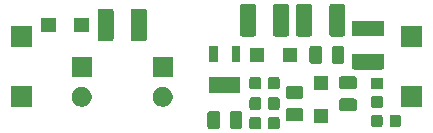
<source format=gbr>
%TF.GenerationSoftware,KiCad,Pcbnew,(5.0.2)-1*%
%TF.CreationDate,2019-03-05T14:35:33+01:00*%
%TF.ProjectId,ac-dc-converter-mp171,61632d64-632d-4636-9f6e-766572746572,rev?*%
%TF.SameCoordinates,Original*%
%TF.FileFunction,Soldermask,Top*%
%TF.FilePolarity,Negative*%
%FSLAX46Y46*%
G04 Gerber Fmt 4.6, Leading zero omitted, Abs format (unit mm)*
G04 Created by KiCad (PCBNEW (5.0.2)-1) date 05/03/2019 14:35:33*
%MOMM*%
%LPD*%
G01*
G04 APERTURE LIST*
%ADD10C,0.100000*%
G04 APERTURE END LIST*
D10*
G36*
X130923591Y-105840585D02*
X130957569Y-105850893D01*
X130988887Y-105867633D01*
X131016339Y-105890161D01*
X131038867Y-105917613D01*
X131055607Y-105948931D01*
X131065915Y-105982909D01*
X131070000Y-106024390D01*
X131070000Y-106700610D01*
X131065915Y-106742091D01*
X131055607Y-106776069D01*
X131038867Y-106807387D01*
X131016339Y-106834839D01*
X130988887Y-106857367D01*
X130957569Y-106874107D01*
X130923591Y-106884415D01*
X130882110Y-106888500D01*
X130280890Y-106888500D01*
X130239409Y-106884415D01*
X130205431Y-106874107D01*
X130174113Y-106857367D01*
X130146661Y-106834839D01*
X130124133Y-106807387D01*
X130107393Y-106776069D01*
X130097085Y-106742091D01*
X130093000Y-106700610D01*
X130093000Y-106024390D01*
X130097085Y-105982909D01*
X130107393Y-105948931D01*
X130124133Y-105917613D01*
X130146661Y-105890161D01*
X130174113Y-105867633D01*
X130205431Y-105850893D01*
X130239409Y-105840585D01*
X130280890Y-105836500D01*
X130882110Y-105836500D01*
X130923591Y-105840585D01*
X130923591Y-105840585D01*
G37*
G36*
X129348591Y-105840585D02*
X129382569Y-105850893D01*
X129413887Y-105867633D01*
X129441339Y-105890161D01*
X129463867Y-105917613D01*
X129480607Y-105948931D01*
X129490915Y-105982909D01*
X129495000Y-106024390D01*
X129495000Y-106700610D01*
X129490915Y-106742091D01*
X129480607Y-106776069D01*
X129463867Y-106807387D01*
X129441339Y-106834839D01*
X129413887Y-106857367D01*
X129382569Y-106874107D01*
X129348591Y-106884415D01*
X129307110Y-106888500D01*
X128705890Y-106888500D01*
X128664409Y-106884415D01*
X128630431Y-106874107D01*
X128599113Y-106857367D01*
X128571661Y-106834839D01*
X128549133Y-106807387D01*
X128532393Y-106776069D01*
X128522085Y-106742091D01*
X128518000Y-106700610D01*
X128518000Y-106024390D01*
X128522085Y-105982909D01*
X128532393Y-105948931D01*
X128549133Y-105917613D01*
X128571661Y-105890161D01*
X128599113Y-105867633D01*
X128630431Y-105850893D01*
X128664409Y-105840585D01*
X128705890Y-105836500D01*
X129307110Y-105836500D01*
X129348591Y-105840585D01*
X129348591Y-105840585D01*
G37*
G36*
X127737966Y-105362065D02*
X127776637Y-105373796D01*
X127812279Y-105392848D01*
X127843517Y-105418483D01*
X127869152Y-105449721D01*
X127888204Y-105485363D01*
X127899935Y-105524034D01*
X127904500Y-105570388D01*
X127904500Y-106646612D01*
X127899935Y-106692966D01*
X127888204Y-106731637D01*
X127869152Y-106767279D01*
X127843517Y-106798517D01*
X127812279Y-106824152D01*
X127776637Y-106843204D01*
X127737966Y-106854935D01*
X127691612Y-106859500D01*
X127040388Y-106859500D01*
X126994034Y-106854935D01*
X126955363Y-106843204D01*
X126919721Y-106824152D01*
X126888483Y-106798517D01*
X126862848Y-106767279D01*
X126843796Y-106731637D01*
X126832065Y-106692966D01*
X126827500Y-106646612D01*
X126827500Y-105570388D01*
X126832065Y-105524034D01*
X126843796Y-105485363D01*
X126862848Y-105449721D01*
X126888483Y-105418483D01*
X126919721Y-105392848D01*
X126955363Y-105373796D01*
X126994034Y-105362065D01*
X127040388Y-105357500D01*
X127691612Y-105357500D01*
X127737966Y-105362065D01*
X127737966Y-105362065D01*
G37*
G36*
X125862966Y-105362065D02*
X125901637Y-105373796D01*
X125937279Y-105392848D01*
X125968517Y-105418483D01*
X125994152Y-105449721D01*
X126013204Y-105485363D01*
X126024935Y-105524034D01*
X126029500Y-105570388D01*
X126029500Y-106646612D01*
X126024935Y-106692966D01*
X126013204Y-106731637D01*
X125994152Y-106767279D01*
X125968517Y-106798517D01*
X125937279Y-106824152D01*
X125901637Y-106843204D01*
X125862966Y-106854935D01*
X125816612Y-106859500D01*
X125165388Y-106859500D01*
X125119034Y-106854935D01*
X125080363Y-106843204D01*
X125044721Y-106824152D01*
X125013483Y-106798517D01*
X124987848Y-106767279D01*
X124968796Y-106731637D01*
X124957065Y-106692966D01*
X124952500Y-106646612D01*
X124952500Y-105570388D01*
X124957065Y-105524034D01*
X124968796Y-105485363D01*
X124987848Y-105449721D01*
X125013483Y-105418483D01*
X125044721Y-105392848D01*
X125080363Y-105373796D01*
X125119034Y-105362065D01*
X125165388Y-105357500D01*
X125816612Y-105357500D01*
X125862966Y-105362065D01*
X125862966Y-105362065D01*
G37*
G36*
X141210591Y-105650085D02*
X141244569Y-105660393D01*
X141275887Y-105677133D01*
X141303339Y-105699661D01*
X141325867Y-105727113D01*
X141342607Y-105758431D01*
X141352915Y-105792409D01*
X141357000Y-105833890D01*
X141357000Y-106510110D01*
X141352915Y-106551591D01*
X141342607Y-106585569D01*
X141325867Y-106616887D01*
X141303339Y-106644339D01*
X141275887Y-106666867D01*
X141244569Y-106683607D01*
X141210591Y-106693915D01*
X141169110Y-106698000D01*
X140567890Y-106698000D01*
X140526409Y-106693915D01*
X140492431Y-106683607D01*
X140461113Y-106666867D01*
X140433661Y-106644339D01*
X140411133Y-106616887D01*
X140394393Y-106585569D01*
X140384085Y-106551591D01*
X140380000Y-106510110D01*
X140380000Y-105833890D01*
X140384085Y-105792409D01*
X140394393Y-105758431D01*
X140411133Y-105727113D01*
X140433661Y-105699661D01*
X140461113Y-105677133D01*
X140492431Y-105660393D01*
X140526409Y-105650085D01*
X140567890Y-105646000D01*
X141169110Y-105646000D01*
X141210591Y-105650085D01*
X141210591Y-105650085D01*
G37*
G36*
X139635591Y-105650085D02*
X139669569Y-105660393D01*
X139700887Y-105677133D01*
X139728339Y-105699661D01*
X139750867Y-105727113D01*
X139767607Y-105758431D01*
X139777915Y-105792409D01*
X139782000Y-105833890D01*
X139782000Y-106510110D01*
X139777915Y-106551591D01*
X139767607Y-106585569D01*
X139750867Y-106616887D01*
X139728339Y-106644339D01*
X139700887Y-106666867D01*
X139669569Y-106683607D01*
X139635591Y-106693915D01*
X139594110Y-106698000D01*
X138992890Y-106698000D01*
X138951409Y-106693915D01*
X138917431Y-106683607D01*
X138886113Y-106666867D01*
X138858661Y-106644339D01*
X138836133Y-106616887D01*
X138819393Y-106585569D01*
X138809085Y-106551591D01*
X138805000Y-106510110D01*
X138805000Y-105833890D01*
X138809085Y-105792409D01*
X138819393Y-105758431D01*
X138836133Y-105727113D01*
X138858661Y-105699661D01*
X138886113Y-105677133D01*
X138917431Y-105660393D01*
X138951409Y-105650085D01*
X138992890Y-105646000D01*
X139594110Y-105646000D01*
X139635591Y-105650085D01*
X139635591Y-105650085D01*
G37*
G36*
X135157500Y-106395000D02*
X133955500Y-106395000D01*
X133955500Y-105193000D01*
X135157500Y-105193000D01*
X135157500Y-106395000D01*
X135157500Y-106395000D01*
G37*
G36*
X132918466Y-105115065D02*
X132957137Y-105126796D01*
X132992779Y-105145848D01*
X133024017Y-105171483D01*
X133049652Y-105202721D01*
X133068704Y-105238363D01*
X133080435Y-105277034D01*
X133085000Y-105323388D01*
X133085000Y-105974612D01*
X133080435Y-106020966D01*
X133068704Y-106059637D01*
X133049652Y-106095279D01*
X133024017Y-106126517D01*
X132992779Y-106152152D01*
X132957137Y-106171204D01*
X132918466Y-106182935D01*
X132872112Y-106187500D01*
X131795888Y-106187500D01*
X131749534Y-106182935D01*
X131710863Y-106171204D01*
X131675221Y-106152152D01*
X131643983Y-106126517D01*
X131618348Y-106095279D01*
X131599296Y-106059637D01*
X131587565Y-106020966D01*
X131583000Y-105974612D01*
X131583000Y-105323388D01*
X131587565Y-105277034D01*
X131599296Y-105238363D01*
X131618348Y-105202721D01*
X131643983Y-105171483D01*
X131675221Y-105145848D01*
X131710863Y-105126796D01*
X131749534Y-105115065D01*
X131795888Y-105110500D01*
X132872112Y-105110500D01*
X132918466Y-105115065D01*
X132918466Y-105115065D01*
G37*
G36*
X137426966Y-104289565D02*
X137465637Y-104301296D01*
X137501279Y-104320348D01*
X137532517Y-104345983D01*
X137558152Y-104377221D01*
X137577204Y-104412863D01*
X137588935Y-104451534D01*
X137593500Y-104497888D01*
X137593500Y-105149112D01*
X137588935Y-105195466D01*
X137577204Y-105234137D01*
X137558152Y-105269779D01*
X137532517Y-105301017D01*
X137501279Y-105326652D01*
X137465637Y-105345704D01*
X137426966Y-105357435D01*
X137380612Y-105362000D01*
X136304388Y-105362000D01*
X136258034Y-105357435D01*
X136219363Y-105345704D01*
X136183721Y-105326652D01*
X136152483Y-105301017D01*
X136126848Y-105269779D01*
X136107796Y-105234137D01*
X136096065Y-105195466D01*
X136091500Y-105149112D01*
X136091500Y-104497888D01*
X136096065Y-104451534D01*
X136107796Y-104412863D01*
X136126848Y-104377221D01*
X136152483Y-104345983D01*
X136183721Y-104320348D01*
X136219363Y-104301296D01*
X136258034Y-104289565D01*
X136304388Y-104285000D01*
X137380612Y-104285000D01*
X137426966Y-104289565D01*
X137426966Y-104289565D01*
G37*
G36*
X129348591Y-104189585D02*
X129382569Y-104199893D01*
X129413887Y-104216633D01*
X129441339Y-104239161D01*
X129463867Y-104266613D01*
X129480607Y-104297931D01*
X129490915Y-104331909D01*
X129495000Y-104373390D01*
X129495000Y-105049610D01*
X129490915Y-105091091D01*
X129480607Y-105125069D01*
X129463867Y-105156387D01*
X129441339Y-105183839D01*
X129413887Y-105206367D01*
X129382569Y-105223107D01*
X129348591Y-105233415D01*
X129307110Y-105237500D01*
X128705890Y-105237500D01*
X128664409Y-105233415D01*
X128630431Y-105223107D01*
X128599113Y-105206367D01*
X128571661Y-105183839D01*
X128549133Y-105156387D01*
X128532393Y-105125069D01*
X128522085Y-105091091D01*
X128518000Y-105049610D01*
X128518000Y-104373390D01*
X128522085Y-104331909D01*
X128532393Y-104297931D01*
X128549133Y-104266613D01*
X128571661Y-104239161D01*
X128599113Y-104216633D01*
X128630431Y-104199893D01*
X128664409Y-104189585D01*
X128705890Y-104185500D01*
X129307110Y-104185500D01*
X129348591Y-104189585D01*
X129348591Y-104189585D01*
G37*
G36*
X130923591Y-104189585D02*
X130957569Y-104199893D01*
X130988887Y-104216633D01*
X131016339Y-104239161D01*
X131038867Y-104266613D01*
X131055607Y-104297931D01*
X131065915Y-104331909D01*
X131070000Y-104373390D01*
X131070000Y-105049610D01*
X131065915Y-105091091D01*
X131055607Y-105125069D01*
X131038867Y-105156387D01*
X131016339Y-105183839D01*
X130988887Y-105206367D01*
X130957569Y-105223107D01*
X130923591Y-105233415D01*
X130882110Y-105237500D01*
X130280890Y-105237500D01*
X130239409Y-105233415D01*
X130205431Y-105223107D01*
X130174113Y-105206367D01*
X130146661Y-105183839D01*
X130124133Y-105156387D01*
X130107393Y-105125069D01*
X130097085Y-105091091D01*
X130093000Y-105049610D01*
X130093000Y-104373390D01*
X130097085Y-104331909D01*
X130107393Y-104297931D01*
X130124133Y-104266613D01*
X130146661Y-104239161D01*
X130174113Y-104216633D01*
X130205431Y-104199893D01*
X130239409Y-104189585D01*
X130280890Y-104185500D01*
X130882110Y-104185500D01*
X130923591Y-104189585D01*
X130923591Y-104189585D01*
G37*
G36*
X139698591Y-104087585D02*
X139732569Y-104097893D01*
X139763887Y-104114633D01*
X139791339Y-104137161D01*
X139813867Y-104164613D01*
X139830607Y-104195931D01*
X139840915Y-104229909D01*
X139845000Y-104271390D01*
X139845000Y-104872610D01*
X139840915Y-104914091D01*
X139830607Y-104948069D01*
X139813867Y-104979387D01*
X139791339Y-105006839D01*
X139763887Y-105029367D01*
X139732569Y-105046107D01*
X139698591Y-105056415D01*
X139657110Y-105060500D01*
X138980890Y-105060500D01*
X138939409Y-105056415D01*
X138905431Y-105046107D01*
X138874113Y-105029367D01*
X138846661Y-105006839D01*
X138824133Y-104979387D01*
X138807393Y-104948069D01*
X138797085Y-104914091D01*
X138793000Y-104872610D01*
X138793000Y-104271390D01*
X138797085Y-104229909D01*
X138807393Y-104195931D01*
X138824133Y-104164613D01*
X138846661Y-104137161D01*
X138874113Y-104114633D01*
X138905431Y-104097893D01*
X138939409Y-104087585D01*
X138980890Y-104083500D01*
X139657110Y-104083500D01*
X139698591Y-104087585D01*
X139698591Y-104087585D01*
G37*
G36*
X143141000Y-105041000D02*
X141339000Y-105041000D01*
X141339000Y-103239000D01*
X143141000Y-103239000D01*
X143141000Y-105041000D01*
X143141000Y-105041000D01*
G37*
G36*
X110121000Y-105041000D02*
X108319000Y-105041000D01*
X108319000Y-103239000D01*
X110121000Y-103239000D01*
X110121000Y-105041000D01*
X110121000Y-105041000D01*
G37*
G36*
X121406228Y-103321703D02*
X121561100Y-103385853D01*
X121700481Y-103478985D01*
X121819015Y-103597519D01*
X121912147Y-103736900D01*
X121976297Y-103891772D01*
X122009000Y-104056184D01*
X122009000Y-104223816D01*
X121976297Y-104388228D01*
X121912147Y-104543100D01*
X121819015Y-104682481D01*
X121700481Y-104801015D01*
X121561100Y-104894147D01*
X121406228Y-104958297D01*
X121241816Y-104991000D01*
X121074184Y-104991000D01*
X120909772Y-104958297D01*
X120754900Y-104894147D01*
X120615519Y-104801015D01*
X120496985Y-104682481D01*
X120403853Y-104543100D01*
X120339703Y-104388228D01*
X120307000Y-104223816D01*
X120307000Y-104056184D01*
X120339703Y-103891772D01*
X120403853Y-103736900D01*
X120496985Y-103597519D01*
X120615519Y-103478985D01*
X120754900Y-103385853D01*
X120909772Y-103321703D01*
X121074184Y-103289000D01*
X121241816Y-103289000D01*
X121406228Y-103321703D01*
X121406228Y-103321703D01*
G37*
G36*
X114548228Y-103321703D02*
X114703100Y-103385853D01*
X114842481Y-103478985D01*
X114961015Y-103597519D01*
X115054147Y-103736900D01*
X115118297Y-103891772D01*
X115151000Y-104056184D01*
X115151000Y-104223816D01*
X115118297Y-104388228D01*
X115054147Y-104543100D01*
X114961015Y-104682481D01*
X114842481Y-104801015D01*
X114703100Y-104894147D01*
X114548228Y-104958297D01*
X114383816Y-104991000D01*
X114216184Y-104991000D01*
X114051772Y-104958297D01*
X113896900Y-104894147D01*
X113757519Y-104801015D01*
X113638985Y-104682481D01*
X113545853Y-104543100D01*
X113481703Y-104388228D01*
X113449000Y-104223816D01*
X113449000Y-104056184D01*
X113481703Y-103891772D01*
X113545853Y-103736900D01*
X113638985Y-103597519D01*
X113757519Y-103478985D01*
X113896900Y-103385853D01*
X114051772Y-103321703D01*
X114216184Y-103289000D01*
X114383816Y-103289000D01*
X114548228Y-103321703D01*
X114548228Y-103321703D01*
G37*
G36*
X132918466Y-103240065D02*
X132957137Y-103251796D01*
X132992779Y-103270848D01*
X133024017Y-103296483D01*
X133049652Y-103327721D01*
X133068704Y-103363363D01*
X133080435Y-103402034D01*
X133085000Y-103448388D01*
X133085000Y-104099612D01*
X133080435Y-104145966D01*
X133068704Y-104184637D01*
X133049652Y-104220279D01*
X133024017Y-104251517D01*
X132992779Y-104277152D01*
X132957137Y-104296204D01*
X132918466Y-104307935D01*
X132872112Y-104312500D01*
X131795888Y-104312500D01*
X131749534Y-104307935D01*
X131710863Y-104296204D01*
X131675221Y-104277152D01*
X131643983Y-104251517D01*
X131618348Y-104220279D01*
X131599296Y-104184637D01*
X131587565Y-104145966D01*
X131583000Y-104099612D01*
X131583000Y-103448388D01*
X131587565Y-103402034D01*
X131599296Y-103363363D01*
X131618348Y-103327721D01*
X131643983Y-103296483D01*
X131675221Y-103270848D01*
X131710863Y-103251796D01*
X131749534Y-103240065D01*
X131795888Y-103235500D01*
X132872112Y-103235500D01*
X132918466Y-103240065D01*
X132918466Y-103240065D01*
G37*
G36*
X127754500Y-103825000D02*
X125102500Y-103825000D01*
X125102500Y-102503000D01*
X127754500Y-102503000D01*
X127754500Y-103825000D01*
X127754500Y-103825000D01*
G37*
G36*
X135157500Y-103595000D02*
X133955500Y-103595000D01*
X133955500Y-102393000D01*
X135157500Y-102393000D01*
X135157500Y-103595000D01*
X135157500Y-103595000D01*
G37*
G36*
X130923591Y-102475085D02*
X130957569Y-102485393D01*
X130988887Y-102502133D01*
X131016339Y-102524661D01*
X131038867Y-102552113D01*
X131055607Y-102583431D01*
X131065915Y-102617409D01*
X131070000Y-102658890D01*
X131070000Y-103335110D01*
X131065915Y-103376591D01*
X131055607Y-103410569D01*
X131038867Y-103441887D01*
X131016339Y-103469339D01*
X130988887Y-103491867D01*
X130957569Y-103508607D01*
X130923591Y-103518915D01*
X130882110Y-103523000D01*
X130280890Y-103523000D01*
X130239409Y-103518915D01*
X130205431Y-103508607D01*
X130174113Y-103491867D01*
X130146661Y-103469339D01*
X130124133Y-103441887D01*
X130107393Y-103410569D01*
X130097085Y-103376591D01*
X130093000Y-103335110D01*
X130093000Y-102658890D01*
X130097085Y-102617409D01*
X130107393Y-102583431D01*
X130124133Y-102552113D01*
X130146661Y-102524661D01*
X130174113Y-102502133D01*
X130205431Y-102485393D01*
X130239409Y-102475085D01*
X130280890Y-102471000D01*
X130882110Y-102471000D01*
X130923591Y-102475085D01*
X130923591Y-102475085D01*
G37*
G36*
X129348591Y-102475085D02*
X129382569Y-102485393D01*
X129413887Y-102502133D01*
X129441339Y-102524661D01*
X129463867Y-102552113D01*
X129480607Y-102583431D01*
X129490915Y-102617409D01*
X129495000Y-102658890D01*
X129495000Y-103335110D01*
X129490915Y-103376591D01*
X129480607Y-103410569D01*
X129463867Y-103441887D01*
X129441339Y-103469339D01*
X129413887Y-103491867D01*
X129382569Y-103508607D01*
X129348591Y-103518915D01*
X129307110Y-103523000D01*
X128705890Y-103523000D01*
X128664409Y-103518915D01*
X128630431Y-103508607D01*
X128599113Y-103491867D01*
X128571661Y-103469339D01*
X128549133Y-103441887D01*
X128532393Y-103410569D01*
X128522085Y-103376591D01*
X128518000Y-103335110D01*
X128518000Y-102658890D01*
X128522085Y-102617409D01*
X128532393Y-102583431D01*
X128549133Y-102552113D01*
X128571661Y-102524661D01*
X128599113Y-102502133D01*
X128630431Y-102485393D01*
X128664409Y-102475085D01*
X128705890Y-102471000D01*
X129307110Y-102471000D01*
X129348591Y-102475085D01*
X129348591Y-102475085D01*
G37*
G36*
X137426966Y-102414565D02*
X137465637Y-102426296D01*
X137501279Y-102445348D01*
X137532517Y-102470983D01*
X137558152Y-102502221D01*
X137577204Y-102537863D01*
X137588935Y-102576534D01*
X137593500Y-102622888D01*
X137593500Y-103274112D01*
X137588935Y-103320466D01*
X137577204Y-103359137D01*
X137558152Y-103394779D01*
X137532517Y-103426017D01*
X137501279Y-103451652D01*
X137465637Y-103470704D01*
X137426966Y-103482435D01*
X137380612Y-103487000D01*
X136304388Y-103487000D01*
X136258034Y-103482435D01*
X136219363Y-103470704D01*
X136183721Y-103451652D01*
X136152483Y-103426017D01*
X136126848Y-103394779D01*
X136107796Y-103359137D01*
X136096065Y-103320466D01*
X136091500Y-103274112D01*
X136091500Y-102622888D01*
X136096065Y-102576534D01*
X136107796Y-102537863D01*
X136126848Y-102502221D01*
X136152483Y-102470983D01*
X136183721Y-102445348D01*
X136219363Y-102426296D01*
X136258034Y-102414565D01*
X136304388Y-102410000D01*
X137380612Y-102410000D01*
X137426966Y-102414565D01*
X137426966Y-102414565D01*
G37*
G36*
X139698591Y-102512585D02*
X139732569Y-102522893D01*
X139763887Y-102539633D01*
X139791339Y-102562161D01*
X139813867Y-102589613D01*
X139830607Y-102620931D01*
X139840915Y-102654909D01*
X139845000Y-102696390D01*
X139845000Y-103297610D01*
X139840915Y-103339091D01*
X139830607Y-103373069D01*
X139813867Y-103404387D01*
X139791339Y-103431839D01*
X139763887Y-103454367D01*
X139732569Y-103471107D01*
X139698591Y-103481415D01*
X139657110Y-103485500D01*
X138980890Y-103485500D01*
X138939409Y-103481415D01*
X138905431Y-103471107D01*
X138874113Y-103454367D01*
X138846661Y-103431839D01*
X138824133Y-103404387D01*
X138807393Y-103373069D01*
X138797085Y-103339091D01*
X138793000Y-103297610D01*
X138793000Y-102696390D01*
X138797085Y-102654909D01*
X138807393Y-102620931D01*
X138824133Y-102589613D01*
X138846661Y-102562161D01*
X138874113Y-102539633D01*
X138905431Y-102522893D01*
X138939409Y-102512585D01*
X138980890Y-102508500D01*
X139657110Y-102508500D01*
X139698591Y-102512585D01*
X139698591Y-102512585D01*
G37*
G36*
X115151000Y-102491000D02*
X113449000Y-102491000D01*
X113449000Y-100789000D01*
X115151000Y-100789000D01*
X115151000Y-102491000D01*
X115151000Y-102491000D01*
G37*
G36*
X122009000Y-102491000D02*
X120307000Y-102491000D01*
X120307000Y-100789000D01*
X122009000Y-100789000D01*
X122009000Y-102491000D01*
X122009000Y-102491000D01*
G37*
G36*
X139775604Y-100486847D02*
X139812145Y-100497932D01*
X139845820Y-100515931D01*
X139875341Y-100540159D01*
X139899569Y-100569680D01*
X139917568Y-100603355D01*
X139928653Y-100639896D01*
X139933000Y-100684038D01*
X139933000Y-101632962D01*
X139928653Y-101677104D01*
X139917568Y-101713645D01*
X139899569Y-101747320D01*
X139875341Y-101776841D01*
X139845820Y-101801069D01*
X139812145Y-101819068D01*
X139775604Y-101830153D01*
X139731462Y-101834500D01*
X137382538Y-101834500D01*
X137338396Y-101830153D01*
X137301855Y-101819068D01*
X137268180Y-101801069D01*
X137238659Y-101776841D01*
X137214431Y-101747320D01*
X137196432Y-101713645D01*
X137185347Y-101677104D01*
X137181000Y-101632962D01*
X137181000Y-100684038D01*
X137185347Y-100639896D01*
X137196432Y-100603355D01*
X137214431Y-100569680D01*
X137238659Y-100540159D01*
X137268180Y-100515931D01*
X137301855Y-100497932D01*
X137338396Y-100486847D01*
X137382538Y-100482500D01*
X139731462Y-100482500D01*
X139775604Y-100486847D01*
X139775604Y-100486847D01*
G37*
G36*
X136373966Y-99837565D02*
X136412637Y-99849296D01*
X136448279Y-99868348D01*
X136479517Y-99893983D01*
X136505152Y-99925221D01*
X136524204Y-99960863D01*
X136535935Y-99999534D01*
X136540500Y-100045888D01*
X136540500Y-101122112D01*
X136535935Y-101168466D01*
X136524204Y-101207137D01*
X136505152Y-101242779D01*
X136479517Y-101274017D01*
X136448279Y-101299652D01*
X136412637Y-101318704D01*
X136373966Y-101330435D01*
X136327612Y-101335000D01*
X135676388Y-101335000D01*
X135630034Y-101330435D01*
X135591363Y-101318704D01*
X135555721Y-101299652D01*
X135524483Y-101274017D01*
X135498848Y-101242779D01*
X135479796Y-101207137D01*
X135468065Y-101168466D01*
X135463500Y-101122112D01*
X135463500Y-100045888D01*
X135468065Y-99999534D01*
X135479796Y-99960863D01*
X135498848Y-99925221D01*
X135524483Y-99893983D01*
X135555721Y-99868348D01*
X135591363Y-99849296D01*
X135630034Y-99837565D01*
X135676388Y-99833000D01*
X136327612Y-99833000D01*
X136373966Y-99837565D01*
X136373966Y-99837565D01*
G37*
G36*
X134498966Y-99837565D02*
X134537637Y-99849296D01*
X134573279Y-99868348D01*
X134604517Y-99893983D01*
X134630152Y-99925221D01*
X134649204Y-99960863D01*
X134660935Y-99999534D01*
X134665500Y-100045888D01*
X134665500Y-101122112D01*
X134660935Y-101168466D01*
X134649204Y-101207137D01*
X134630152Y-101242779D01*
X134604517Y-101274017D01*
X134573279Y-101299652D01*
X134537637Y-101318704D01*
X134498966Y-101330435D01*
X134452612Y-101335000D01*
X133801388Y-101335000D01*
X133755034Y-101330435D01*
X133716363Y-101318704D01*
X133680721Y-101299652D01*
X133649483Y-101274017D01*
X133623848Y-101242779D01*
X133604796Y-101207137D01*
X133593065Y-101168466D01*
X133588500Y-101122112D01*
X133588500Y-100045888D01*
X133593065Y-99999534D01*
X133604796Y-99960863D01*
X133623848Y-99925221D01*
X133649483Y-99893983D01*
X133680721Y-99868348D01*
X133716363Y-99849296D01*
X133755034Y-99837565D01*
X133801388Y-99833000D01*
X134452612Y-99833000D01*
X134498966Y-99837565D01*
X134498966Y-99837565D01*
G37*
G36*
X127754500Y-101205000D02*
X127002500Y-101205000D01*
X127002500Y-99883000D01*
X127754500Y-99883000D01*
X127754500Y-101205000D01*
X127754500Y-101205000D01*
G37*
G36*
X125854500Y-101205000D02*
X125102500Y-101205000D01*
X125102500Y-99883000D01*
X125854500Y-99883000D01*
X125854500Y-101205000D01*
X125854500Y-101205000D01*
G37*
G36*
X132560000Y-101185000D02*
X131358000Y-101185000D01*
X131358000Y-99983000D01*
X132560000Y-99983000D01*
X132560000Y-101185000D01*
X132560000Y-101185000D01*
G37*
G36*
X129760000Y-101185000D02*
X128558000Y-101185000D01*
X128558000Y-99983000D01*
X129760000Y-99983000D01*
X129760000Y-101185000D01*
X129760000Y-101185000D01*
G37*
G36*
X143141000Y-99961000D02*
X141339000Y-99961000D01*
X141339000Y-98159000D01*
X143141000Y-98159000D01*
X143141000Y-99961000D01*
X143141000Y-99961000D01*
G37*
G36*
X110121000Y-99961000D02*
X108319000Y-99961000D01*
X108319000Y-98159000D01*
X110121000Y-98159000D01*
X110121000Y-99961000D01*
X110121000Y-99961000D01*
G37*
G36*
X116847604Y-96672347D02*
X116884145Y-96683432D01*
X116917820Y-96701431D01*
X116947341Y-96725659D01*
X116971569Y-96755180D01*
X116989568Y-96788855D01*
X117000653Y-96825396D01*
X117005000Y-96869538D01*
X117005000Y-99218462D01*
X117000653Y-99262604D01*
X116989568Y-99299145D01*
X116971569Y-99332820D01*
X116947341Y-99362341D01*
X116917820Y-99386569D01*
X116884145Y-99404568D01*
X116847604Y-99415653D01*
X116803462Y-99420000D01*
X115854538Y-99420000D01*
X115810396Y-99415653D01*
X115773855Y-99404568D01*
X115740180Y-99386569D01*
X115710659Y-99362341D01*
X115686431Y-99332820D01*
X115668432Y-99299145D01*
X115657347Y-99262604D01*
X115653000Y-99218462D01*
X115653000Y-96869538D01*
X115657347Y-96825396D01*
X115668432Y-96788855D01*
X115686431Y-96755180D01*
X115710659Y-96725659D01*
X115740180Y-96701431D01*
X115773855Y-96683432D01*
X115810396Y-96672347D01*
X115854538Y-96668000D01*
X116803462Y-96668000D01*
X116847604Y-96672347D01*
X116847604Y-96672347D01*
G37*
G36*
X119647604Y-96672347D02*
X119684145Y-96683432D01*
X119717820Y-96701431D01*
X119747341Y-96725659D01*
X119771569Y-96755180D01*
X119789568Y-96788855D01*
X119800653Y-96825396D01*
X119805000Y-96869538D01*
X119805000Y-99218462D01*
X119800653Y-99262604D01*
X119789568Y-99299145D01*
X119771569Y-99332820D01*
X119747341Y-99362341D01*
X119717820Y-99386569D01*
X119684145Y-99404568D01*
X119647604Y-99415653D01*
X119603462Y-99420000D01*
X118654538Y-99420000D01*
X118610396Y-99415653D01*
X118573855Y-99404568D01*
X118540180Y-99386569D01*
X118510659Y-99362341D01*
X118486431Y-99332820D01*
X118468432Y-99299145D01*
X118457347Y-99262604D01*
X118453000Y-99218462D01*
X118453000Y-96869538D01*
X118457347Y-96825396D01*
X118468432Y-96788855D01*
X118486431Y-96755180D01*
X118510659Y-96725659D01*
X118540180Y-96701431D01*
X118573855Y-96683432D01*
X118610396Y-96672347D01*
X118654538Y-96668000D01*
X119603462Y-96668000D01*
X119647604Y-96672347D01*
X119647604Y-96672347D01*
G37*
G36*
X136475104Y-96291347D02*
X136511645Y-96302432D01*
X136545320Y-96320431D01*
X136574841Y-96344659D01*
X136599069Y-96374180D01*
X136617068Y-96407855D01*
X136628153Y-96444396D01*
X136632500Y-96488538D01*
X136632500Y-98837462D01*
X136628153Y-98881604D01*
X136617068Y-98918145D01*
X136599069Y-98951820D01*
X136574841Y-98981341D01*
X136545320Y-99005569D01*
X136511645Y-99023568D01*
X136475104Y-99034653D01*
X136430962Y-99039000D01*
X135482038Y-99039000D01*
X135437896Y-99034653D01*
X135401355Y-99023568D01*
X135367680Y-99005569D01*
X135338159Y-98981341D01*
X135313931Y-98951820D01*
X135295932Y-98918145D01*
X135284847Y-98881604D01*
X135280500Y-98837462D01*
X135280500Y-96488538D01*
X135284847Y-96444396D01*
X135295932Y-96407855D01*
X135313931Y-96374180D01*
X135338159Y-96344659D01*
X135367680Y-96320431D01*
X135401355Y-96302432D01*
X135437896Y-96291347D01*
X135482038Y-96287000D01*
X136430962Y-96287000D01*
X136475104Y-96291347D01*
X136475104Y-96291347D01*
G37*
G36*
X133675104Y-96291347D02*
X133711645Y-96302432D01*
X133745320Y-96320431D01*
X133774841Y-96344659D01*
X133799069Y-96374180D01*
X133817068Y-96407855D01*
X133828153Y-96444396D01*
X133832500Y-96488538D01*
X133832500Y-98837462D01*
X133828153Y-98881604D01*
X133817068Y-98918145D01*
X133799069Y-98951820D01*
X133774841Y-98981341D01*
X133745320Y-99005569D01*
X133711645Y-99023568D01*
X133675104Y-99034653D01*
X133630962Y-99039000D01*
X132682038Y-99039000D01*
X132637896Y-99034653D01*
X132601355Y-99023568D01*
X132567680Y-99005569D01*
X132538159Y-98981341D01*
X132513931Y-98951820D01*
X132495932Y-98918145D01*
X132484847Y-98881604D01*
X132480500Y-98837462D01*
X132480500Y-96488538D01*
X132484847Y-96444396D01*
X132495932Y-96407855D01*
X132513931Y-96374180D01*
X132538159Y-96344659D01*
X132567680Y-96320431D01*
X132601355Y-96302432D01*
X132637896Y-96291347D01*
X132682038Y-96287000D01*
X133630962Y-96287000D01*
X133675104Y-96291347D01*
X133675104Y-96291347D01*
G37*
G36*
X131712604Y-96291347D02*
X131749145Y-96302432D01*
X131782820Y-96320431D01*
X131812341Y-96344659D01*
X131836569Y-96374180D01*
X131854568Y-96407855D01*
X131865653Y-96444396D01*
X131870000Y-96488538D01*
X131870000Y-98837462D01*
X131865653Y-98881604D01*
X131854568Y-98918145D01*
X131836569Y-98951820D01*
X131812341Y-98981341D01*
X131782820Y-99005569D01*
X131749145Y-99023568D01*
X131712604Y-99034653D01*
X131668462Y-99039000D01*
X130719538Y-99039000D01*
X130675396Y-99034653D01*
X130638855Y-99023568D01*
X130605180Y-99005569D01*
X130575659Y-98981341D01*
X130551431Y-98951820D01*
X130533432Y-98918145D01*
X130522347Y-98881604D01*
X130518000Y-98837462D01*
X130518000Y-96488538D01*
X130522347Y-96444396D01*
X130533432Y-96407855D01*
X130551431Y-96374180D01*
X130575659Y-96344659D01*
X130605180Y-96320431D01*
X130638855Y-96302432D01*
X130675396Y-96291347D01*
X130719538Y-96287000D01*
X131668462Y-96287000D01*
X131712604Y-96291347D01*
X131712604Y-96291347D01*
G37*
G36*
X128912604Y-96291347D02*
X128949145Y-96302432D01*
X128982820Y-96320431D01*
X129012341Y-96344659D01*
X129036569Y-96374180D01*
X129054568Y-96407855D01*
X129065653Y-96444396D01*
X129070000Y-96488538D01*
X129070000Y-98837462D01*
X129065653Y-98881604D01*
X129054568Y-98918145D01*
X129036569Y-98951820D01*
X129012341Y-98981341D01*
X128982820Y-99005569D01*
X128949145Y-99023568D01*
X128912604Y-99034653D01*
X128868462Y-99039000D01*
X127919538Y-99039000D01*
X127875396Y-99034653D01*
X127838855Y-99023568D01*
X127805180Y-99005569D01*
X127775659Y-98981341D01*
X127751431Y-98951820D01*
X127733432Y-98918145D01*
X127722347Y-98881604D01*
X127718000Y-98837462D01*
X127718000Y-96488538D01*
X127722347Y-96444396D01*
X127733432Y-96407855D01*
X127751431Y-96374180D01*
X127775659Y-96344659D01*
X127805180Y-96320431D01*
X127838855Y-96302432D01*
X127875396Y-96291347D01*
X127919538Y-96287000D01*
X128868462Y-96287000D01*
X128912604Y-96291347D01*
X128912604Y-96291347D01*
G37*
G36*
X139775604Y-97686847D02*
X139812145Y-97697932D01*
X139845820Y-97715931D01*
X139875341Y-97740159D01*
X139899569Y-97769680D01*
X139917568Y-97803355D01*
X139928653Y-97839896D01*
X139933000Y-97884038D01*
X139933000Y-98832962D01*
X139928653Y-98877104D01*
X139917568Y-98913645D01*
X139899569Y-98947320D01*
X139875341Y-98976841D01*
X139845820Y-99001069D01*
X139812145Y-99019068D01*
X139775604Y-99030153D01*
X139731462Y-99034500D01*
X137382538Y-99034500D01*
X137338396Y-99030153D01*
X137301855Y-99019068D01*
X137268180Y-99001069D01*
X137238659Y-98976841D01*
X137214431Y-98947320D01*
X137196432Y-98913645D01*
X137185347Y-98877104D01*
X137181000Y-98832962D01*
X137181000Y-97884038D01*
X137185347Y-97839896D01*
X137196432Y-97803355D01*
X137214431Y-97769680D01*
X137238659Y-97740159D01*
X137268180Y-97715931D01*
X137301855Y-97697932D01*
X137338396Y-97686847D01*
X137382538Y-97682500D01*
X139731462Y-97682500D01*
X139775604Y-97686847D01*
X139775604Y-97686847D01*
G37*
G36*
X114901000Y-98645000D02*
X113699000Y-98645000D01*
X113699000Y-97443000D01*
X114901000Y-97443000D01*
X114901000Y-98645000D01*
X114901000Y-98645000D01*
G37*
G36*
X112101000Y-98645000D02*
X110899000Y-98645000D01*
X110899000Y-97443000D01*
X112101000Y-97443000D01*
X112101000Y-98645000D01*
X112101000Y-98645000D01*
G37*
M02*

</source>
